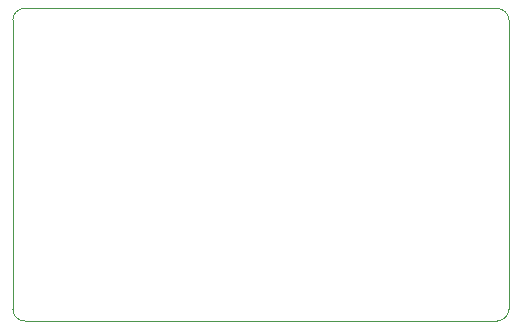
<source format=gbr>
%TF.GenerationSoftware,KiCad,Pcbnew,8.0.1*%
%TF.CreationDate,2024-04-07T09:18:40-04:00*%
%TF.ProjectId,tac5212_audio_board_single_ended,74616335-3231-4325-9f61-7564696f5f62,rev?*%
%TF.SameCoordinates,Original*%
%TF.FileFunction,Profile,NP*%
%FSLAX46Y46*%
G04 Gerber Fmt 4.6, Leading zero omitted, Abs format (unit mm)*
G04 Created by KiCad (PCBNEW 8.0.1) date 2024-04-07 09:18:40*
%MOMM*%
%LPD*%
G01*
G04 APERTURE LIST*
%TA.AperFunction,Profile*%
%ADD10C,0.050000*%
%TD*%
G04 APERTURE END LIST*
D10*
%TO.C,board_outline1*%
X84832500Y-123405000D02*
X84832500Y-98945000D01*
X85832500Y-97945000D02*
X125832500Y-97945000D01*
X125832500Y-124405000D02*
X85832500Y-124405000D01*
X126832500Y-98945000D02*
X126832500Y-123405000D01*
X84832500Y-98945000D02*
G75*
G02*
X85832500Y-97945000I1000000J0D01*
G01*
X85832500Y-124405000D02*
G75*
G02*
X84832500Y-123405000I0J1000000D01*
G01*
X125832500Y-97945000D02*
G75*
G02*
X126832500Y-98945000I0J-1000000D01*
G01*
X126832500Y-123405000D02*
G75*
G02*
X125832500Y-124405000I-1000000J0D01*
G01*
%TD*%
M02*

</source>
